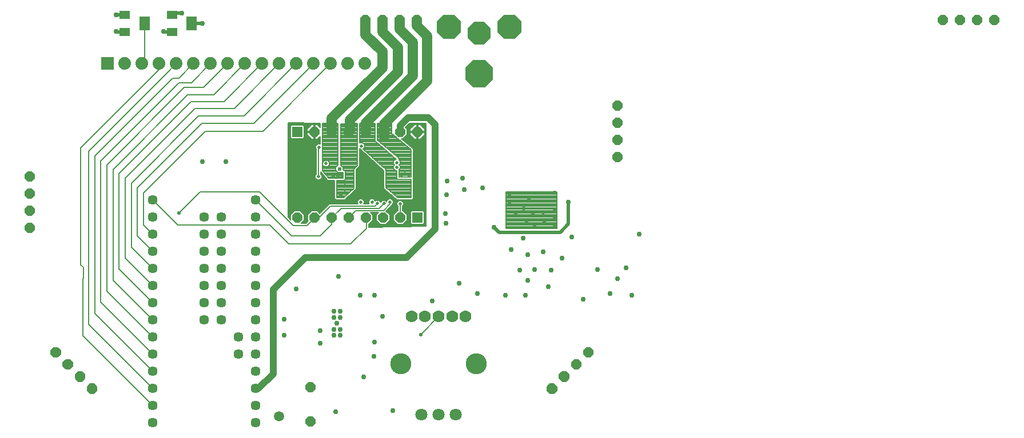
<source format=gtl>
G75*
%MOIN*%
%OFA0B0*%
%FSLAX25Y25*%
%IPPOS*%
%LPD*%
%AMOC8*
5,1,8,0,0,1.08239X$1,22.5*
%
%ADD10OC8,0.06000*%
%ADD11R,0.06299X0.05118*%
%ADD12R,0.06299X0.07874*%
%ADD13C,0.07087*%
%ADD14C,0.07000*%
%ADD15C,0.12268*%
%ADD16C,0.05700*%
%ADD17R,0.07400X0.07400*%
%ADD18C,0.07400*%
%ADD19R,0.06000X0.06000*%
%ADD20OC8,0.16205*%
%ADD21OC8,0.13252*%
%ADD22OC8,0.14236*%
%ADD23OC8,0.05906*%
%ADD24C,0.05906*%
%ADD25C,0.01200*%
%ADD26C,0.01981*%
%ADD27C,0.03937*%
%ADD28C,0.00669*%
%ADD29R,0.02375X0.02375*%
%ADD30C,0.02953*%
%ADD31C,0.01969*%
%ADD32C,0.00787*%
%ADD33C,0.02178*%
%ADD34C,0.05906*%
%ADD35C,0.00630*%
%ADD36C,0.02375*%
D10*
X0514269Y0221071D03*
X0514269Y0231071D03*
X0514269Y0241071D03*
X0514269Y0251071D03*
X0670151Y0226921D03*
X0680151Y0226921D03*
X0690151Y0226921D03*
X0700151Y0226921D03*
X0710151Y0226921D03*
X0720151Y0226921D03*
X0730151Y0226921D03*
X0856789Y0262409D03*
X0856789Y0272409D03*
X0856789Y0282409D03*
X0856789Y0292409D03*
X0740151Y0276921D03*
X0730151Y0276921D03*
X0720151Y0276921D03*
X0710151Y0276921D03*
X0700151Y0276921D03*
X0690151Y0276921D03*
X0680151Y0276921D03*
X0709899Y0342370D03*
X0719899Y0342370D03*
X0729899Y0342370D03*
X0739899Y0342370D03*
X1046513Y0342370D03*
X1056513Y0342370D03*
X1066513Y0342370D03*
X1076513Y0342370D03*
D11*
X0597143Y0345402D03*
X0597143Y0335402D03*
X0569584Y0335402D03*
X0569584Y0345402D03*
D12*
X0581002Y0340402D03*
X0608561Y0340402D03*
D13*
X0742616Y0112055D03*
X0752458Y0112055D03*
X0762301Y0112055D03*
D14*
X0760332Y0169142D03*
X0752458Y0169142D03*
X0744584Y0169142D03*
X0736710Y0169142D03*
X0768206Y0169142D03*
D15*
X0774309Y0141583D03*
X0730608Y0141583D03*
D16*
X0645844Y0137213D03*
X0645844Y0147213D03*
X0635844Y0147213D03*
X0635844Y0157213D03*
X0645844Y0157213D03*
X0645844Y0167213D03*
X0645844Y0177213D03*
X0645844Y0187213D03*
X0645844Y0197213D03*
X0645844Y0207213D03*
X0625844Y0207213D03*
X0615844Y0207213D03*
X0615844Y0197213D03*
X0625844Y0197213D03*
X0625844Y0187213D03*
X0615844Y0187213D03*
X0615844Y0177213D03*
X0625844Y0177213D03*
X0625844Y0167213D03*
X0615844Y0167213D03*
X0585844Y0167213D03*
X0585844Y0177213D03*
X0585844Y0187213D03*
X0585844Y0197213D03*
X0585844Y0207213D03*
X0585844Y0217213D03*
X0585844Y0227213D03*
X0585844Y0237213D03*
X0615844Y0227213D03*
X0625844Y0227213D03*
X0625844Y0217213D03*
X0615844Y0217213D03*
X0645844Y0217213D03*
X0645844Y0227213D03*
X0645844Y0237213D03*
X0585844Y0157213D03*
X0585844Y0147213D03*
X0585844Y0137213D03*
X0585844Y0127213D03*
X0585844Y0117213D03*
X0585844Y0107213D03*
X0645844Y0107213D03*
X0645844Y0117213D03*
X0645844Y0127213D03*
D17*
X0559545Y0316780D03*
D18*
X0569545Y0316780D03*
X0579545Y0316780D03*
X0589545Y0316780D03*
X0599545Y0316780D03*
X0609545Y0316780D03*
X0619545Y0316780D03*
X0629545Y0316780D03*
X0639545Y0316780D03*
X0649545Y0316780D03*
X0659545Y0316780D03*
X0669545Y0316780D03*
X0679545Y0316780D03*
X0689545Y0316780D03*
X0699545Y0316780D03*
X0709545Y0316780D03*
D19*
X0670151Y0276921D03*
X0740151Y0226921D03*
D20*
X0776080Y0310874D03*
D21*
X0776080Y0334496D03*
D22*
X0793797Y0338418D03*
X0758364Y0338418D03*
D23*
X0677655Y0127961D03*
X0677655Y0107961D03*
D24*
X0659545Y0110874D03*
D25*
X0527454Y0147858D02*
X0526854Y0147258D01*
X0526854Y0149246D01*
X0528259Y0150651D01*
X0530247Y0150651D01*
X0531652Y0149246D01*
X0531652Y0147258D01*
X0530247Y0145853D01*
X0528259Y0145853D01*
X0526854Y0147258D01*
X0527754Y0147631D01*
X0527754Y0148873D01*
X0528632Y0149751D01*
X0529874Y0149751D01*
X0530752Y0148873D01*
X0530752Y0147631D01*
X0529874Y0146753D01*
X0528632Y0146753D01*
X0527754Y0147631D01*
X0528654Y0148004D01*
X0528654Y0148500D01*
X0529005Y0148851D01*
X0529501Y0148851D01*
X0529852Y0148500D01*
X0529852Y0148004D01*
X0529501Y0147653D01*
X0529005Y0147653D01*
X0528654Y0148004D01*
X0534525Y0140787D02*
X0533925Y0140187D01*
X0533925Y0142175D01*
X0535330Y0143580D01*
X0537318Y0143580D01*
X0538723Y0142175D01*
X0538723Y0140187D01*
X0537318Y0138782D01*
X0535330Y0138782D01*
X0533925Y0140187D01*
X0534825Y0140560D01*
X0534825Y0141802D01*
X0535703Y0142680D01*
X0536945Y0142680D01*
X0537823Y0141802D01*
X0537823Y0140560D01*
X0536945Y0139682D01*
X0535703Y0139682D01*
X0534825Y0140560D01*
X0535725Y0140933D01*
X0535725Y0141429D01*
X0536076Y0141780D01*
X0536572Y0141780D01*
X0536923Y0141429D01*
X0536923Y0140933D01*
X0536572Y0140582D01*
X0536076Y0140582D01*
X0535725Y0140933D01*
X0541596Y0133716D02*
X0540996Y0133116D01*
X0540996Y0135104D01*
X0542401Y0136509D01*
X0544389Y0136509D01*
X0545794Y0135104D01*
X0545794Y0133116D01*
X0544389Y0131711D01*
X0542401Y0131711D01*
X0540996Y0133116D01*
X0541896Y0133489D01*
X0541896Y0134731D01*
X0542774Y0135609D01*
X0544016Y0135609D01*
X0544894Y0134731D01*
X0544894Y0133489D01*
X0544016Y0132611D01*
X0542774Y0132611D01*
X0541896Y0133489D01*
X0542796Y0133862D01*
X0542796Y0134358D01*
X0543147Y0134709D01*
X0543643Y0134709D01*
X0543994Y0134358D01*
X0543994Y0133862D01*
X0543643Y0133511D01*
X0543147Y0133511D01*
X0542796Y0133862D01*
X0548667Y0126645D02*
X0548067Y0126045D01*
X0548067Y0128033D01*
X0549472Y0129438D01*
X0551460Y0129438D01*
X0552865Y0128033D01*
X0552865Y0126045D01*
X0551460Y0124640D01*
X0549472Y0124640D01*
X0548067Y0126045D01*
X0548967Y0126418D01*
X0548967Y0127660D01*
X0549845Y0128538D01*
X0551087Y0128538D01*
X0551965Y0127660D01*
X0551965Y0126418D01*
X0551087Y0125540D01*
X0549845Y0125540D01*
X0548967Y0126418D01*
X0549867Y0126791D01*
X0549867Y0127287D01*
X0550218Y0127638D01*
X0550714Y0127638D01*
X0551065Y0127287D01*
X0551065Y0126791D01*
X0550714Y0126440D01*
X0550218Y0126440D01*
X0549867Y0126791D01*
X0818229Y0128838D02*
X0817629Y0129438D01*
X0819617Y0129438D01*
X0821022Y0128033D01*
X0821022Y0126045D01*
X0819617Y0124640D01*
X0817629Y0124640D01*
X0816224Y0126045D01*
X0816224Y0128033D01*
X0817629Y0129438D01*
X0818002Y0128538D01*
X0819244Y0128538D01*
X0820122Y0127660D01*
X0820122Y0126418D01*
X0819244Y0125540D01*
X0818002Y0125540D01*
X0817124Y0126418D01*
X0817124Y0127660D01*
X0818002Y0128538D01*
X0818375Y0127638D01*
X0818871Y0127638D01*
X0819222Y0127287D01*
X0819222Y0126791D01*
X0818871Y0126440D01*
X0818375Y0126440D01*
X0818024Y0126791D01*
X0818024Y0127287D01*
X0818375Y0127638D01*
X0825300Y0135909D02*
X0824700Y0136509D01*
X0826688Y0136509D01*
X0828093Y0135104D01*
X0828093Y0133116D01*
X0826688Y0131711D01*
X0824700Y0131711D01*
X0823295Y0133116D01*
X0823295Y0135104D01*
X0824700Y0136509D01*
X0825073Y0135609D01*
X0826315Y0135609D01*
X0827193Y0134731D01*
X0827193Y0133489D01*
X0826315Y0132611D01*
X0825073Y0132611D01*
X0824195Y0133489D01*
X0824195Y0134731D01*
X0825073Y0135609D01*
X0825446Y0134709D01*
X0825942Y0134709D01*
X0826293Y0134358D01*
X0826293Y0133862D01*
X0825942Y0133511D01*
X0825446Y0133511D01*
X0825095Y0133862D01*
X0825095Y0134358D01*
X0825446Y0134709D01*
X0832372Y0142980D02*
X0831772Y0143580D01*
X0833760Y0143580D01*
X0835165Y0142175D01*
X0835165Y0140187D01*
X0833760Y0138782D01*
X0831772Y0138782D01*
X0830367Y0140187D01*
X0830367Y0142175D01*
X0831772Y0143580D01*
X0832145Y0142680D01*
X0833387Y0142680D01*
X0834265Y0141802D01*
X0834265Y0140560D01*
X0833387Y0139682D01*
X0832145Y0139682D01*
X0831267Y0140560D01*
X0831267Y0141802D01*
X0832145Y0142680D01*
X0832518Y0141780D01*
X0833014Y0141780D01*
X0833365Y0141429D01*
X0833365Y0140933D01*
X0833014Y0140582D01*
X0832518Y0140582D01*
X0832167Y0140933D01*
X0832167Y0141429D01*
X0832518Y0141780D01*
X0839443Y0150051D02*
X0838843Y0150651D01*
X0840831Y0150651D01*
X0842236Y0149246D01*
X0842236Y0147258D01*
X0840831Y0145853D01*
X0838843Y0145853D01*
X0837438Y0147258D01*
X0837438Y0149246D01*
X0838843Y0150651D01*
X0839216Y0149751D01*
X0840458Y0149751D01*
X0841336Y0148873D01*
X0841336Y0147631D01*
X0840458Y0146753D01*
X0839216Y0146753D01*
X0838338Y0147631D01*
X0838338Y0148873D01*
X0839216Y0149751D01*
X0839589Y0148851D01*
X0840085Y0148851D01*
X0840436Y0148500D01*
X0840436Y0148004D01*
X0840085Y0147653D01*
X0839589Y0147653D01*
X0839238Y0148004D01*
X0839238Y0148500D01*
X0839589Y0148851D01*
D26*
X0730151Y0234921D03*
X0727283Y0236224D03*
X0724151Y0235921D03*
X0720651Y0235171D03*
X0716901Y0235171D03*
X0713651Y0235921D03*
X0707151Y0235921D03*
X0700584Y0238654D03*
X0697651Y0241671D03*
X0695401Y0240171D03*
X0688901Y0238421D03*
X0687401Y0240671D03*
X0685901Y0238421D03*
X0684401Y0240671D03*
X0680464Y0238283D03*
X0676921Y0239465D03*
X0673378Y0239071D03*
X0675346Y0244189D03*
X0680071Y0246157D03*
X0682501Y0250821D03*
X0680153Y0254516D03*
X0680153Y0258453D03*
X0686846Y0258453D03*
X0691151Y0251171D03*
X0693651Y0251171D03*
X0696151Y0251171D03*
X0697901Y0245671D03*
X0687401Y0235921D03*
X0684401Y0235921D03*
X0676921Y0234740D03*
X0729100Y0241122D03*
X0731850Y0241122D03*
X0734549Y0241122D03*
X0740151Y0241546D03*
X0742651Y0241546D03*
X0742651Y0252421D03*
X0740151Y0252421D03*
X0742651Y0256421D03*
X0735151Y0251675D03*
X0732901Y0252671D03*
X0730651Y0251675D03*
X0728151Y0256421D03*
X0728143Y0259077D03*
X0707319Y0268689D03*
X0682859Y0268079D03*
X0744191Y0271504D03*
D27*
X0730151Y0276921D02*
X0730151Y0280693D01*
X0734742Y0285283D01*
X0746553Y0285283D01*
X0750490Y0281346D01*
X0750490Y0220323D01*
X0733758Y0203591D01*
X0674702Y0203591D01*
X0656002Y0184890D01*
X0656002Y0135677D01*
X0647537Y0127213D01*
X0645844Y0127213D01*
D28*
X0711661Y0221429D02*
X0711661Y0222987D01*
X0711781Y0222987D01*
X0714086Y0225291D01*
X0714086Y0228551D01*
X0712861Y0229776D01*
X0717442Y0229776D01*
X0716217Y0228551D01*
X0716217Y0225291D01*
X0718521Y0222987D01*
X0721781Y0222987D01*
X0724086Y0225291D01*
X0724086Y0228551D01*
X0721880Y0230757D01*
X0724669Y0233547D01*
X0725401Y0234279D01*
X0725401Y0234448D01*
X0726076Y0235124D01*
X0726076Y0236719D01*
X0724949Y0237846D01*
X0723354Y0237846D01*
X0722226Y0236719D01*
X0722226Y0236319D01*
X0721449Y0237096D01*
X0719854Y0237096D01*
X0718776Y0236019D01*
X0717699Y0237096D01*
X0716104Y0237096D01*
X0715576Y0236569D01*
X0715576Y0236719D01*
X0714449Y0237846D01*
X0712854Y0237846D01*
X0711726Y0236719D01*
X0711726Y0235124D01*
X0711929Y0234921D01*
X0708873Y0234921D01*
X0709076Y0235124D01*
X0709076Y0236719D01*
X0707949Y0237846D01*
X0706354Y0237846D01*
X0705226Y0236719D01*
X0705226Y0235124D01*
X0705429Y0234921D01*
X0688884Y0234921D01*
X0683300Y0229337D01*
X0681781Y0230856D01*
X0678521Y0230856D01*
X0676217Y0228551D01*
X0676217Y0225291D01*
X0676512Y0224996D01*
X0675136Y0223620D01*
X0672414Y0223620D01*
X0674086Y0225291D01*
X0674086Y0228551D01*
X0671781Y0230856D01*
X0668521Y0230856D01*
X0666217Y0228551D01*
X0666217Y0225766D01*
X0664758Y0227225D01*
X0664758Y0282134D01*
X0683500Y0282084D01*
X0683500Y0281951D01*
X0683500Y0281410D01*
X0683501Y0279702D01*
X0681947Y0281256D01*
X0680486Y0281256D01*
X0680486Y0277256D01*
X0679817Y0277256D01*
X0679817Y0281256D01*
X0678356Y0281256D01*
X0675817Y0278717D01*
X0675817Y0277256D01*
X0679817Y0277256D01*
X0679817Y0276587D01*
X0680486Y0276587D01*
X0680486Y0272587D01*
X0681947Y0272587D01*
X0683502Y0274142D01*
X0683503Y0270004D01*
X0682062Y0270004D01*
X0680934Y0268877D01*
X0680934Y0267282D01*
X0681252Y0266964D01*
X0681252Y0252294D01*
X0680576Y0251619D01*
X0680576Y0250024D01*
X0681704Y0248896D01*
X0683299Y0248896D01*
X0684426Y0250024D01*
X0684426Y0251619D01*
X0683751Y0252294D01*
X0683751Y0253616D01*
X0683854Y0253513D01*
X0687199Y0249492D01*
X0687199Y0249422D01*
X0687545Y0249076D01*
X0687858Y0248700D01*
X0687928Y0248694D01*
X0687977Y0248644D01*
X0688466Y0248644D01*
X0688954Y0248599D01*
X0689007Y0248644D01*
X0691937Y0248644D01*
X0691937Y0238103D01*
X0692715Y0237325D01*
X0697110Y0237325D01*
X0697631Y0237303D01*
X0697656Y0237325D01*
X0697690Y0237325D01*
X0698058Y0237694D01*
X0703554Y0242731D01*
X0703587Y0242731D01*
X0703956Y0243099D01*
X0704340Y0243452D01*
X0704342Y0243485D01*
X0704365Y0243509D01*
X0704365Y0244030D01*
X0704388Y0244551D01*
X0704365Y0244576D01*
X0704365Y0254828D01*
X0705564Y0256026D01*
X0706342Y0256804D01*
X0706342Y0267141D01*
X0720425Y0254299D01*
X0720425Y0245042D01*
X0720387Y0244998D01*
X0720425Y0244500D01*
X0720425Y0244001D01*
X0720467Y0243959D01*
X0720471Y0243901D01*
X0720850Y0243576D01*
X0721203Y0243223D01*
X0721262Y0243223D01*
X0727732Y0237678D01*
X0728085Y0237325D01*
X0728144Y0237325D01*
X0728189Y0237287D01*
X0728687Y0237325D01*
X0737060Y0237325D01*
X0737838Y0238103D01*
X0737838Y0249406D01*
X0737854Y0249422D01*
X0737854Y0265965D01*
X0737900Y0266021D01*
X0737854Y0266506D01*
X0737854Y0266993D01*
X0737802Y0267044D01*
X0737796Y0267116D01*
X0737420Y0267427D01*
X0737075Y0267771D01*
X0737003Y0267771D01*
X0730692Y0272987D01*
X0731781Y0272987D01*
X0734086Y0275291D01*
X0734086Y0278551D01*
X0733100Y0279536D01*
X0735511Y0281947D01*
X0745151Y0281921D01*
X0745151Y0221921D01*
X0711661Y0221429D01*
X0711661Y0221889D02*
X0742948Y0221889D01*
X0743538Y0222987D02*
X0744086Y0223534D01*
X0744086Y0230308D01*
X0743538Y0230856D01*
X0736764Y0230856D01*
X0736217Y0230308D01*
X0736217Y0223534D01*
X0736764Y0222987D01*
X0743538Y0222987D01*
X0743776Y0223224D02*
X0745151Y0223224D01*
X0745151Y0222557D02*
X0711661Y0222557D01*
X0712019Y0223224D02*
X0718284Y0223224D01*
X0717616Y0223892D02*
X0712687Y0223892D01*
X0713355Y0224560D02*
X0716948Y0224560D01*
X0716280Y0225228D02*
X0714022Y0225228D01*
X0714086Y0225896D02*
X0716217Y0225896D01*
X0716217Y0226564D02*
X0714086Y0226564D01*
X0714086Y0227231D02*
X0716217Y0227231D01*
X0716217Y0227899D02*
X0714086Y0227899D01*
X0714070Y0228567D02*
X0716232Y0228567D01*
X0716900Y0229235D02*
X0713402Y0229235D01*
X0711726Y0235245D02*
X0709076Y0235245D01*
X0709076Y0235913D02*
X0711726Y0235913D01*
X0711726Y0236581D02*
X0709076Y0236581D01*
X0708547Y0237248D02*
X0712256Y0237248D01*
X0715047Y0237248D02*
X0722756Y0237248D01*
X0722226Y0236581D02*
X0721965Y0236581D01*
X0719338Y0236581D02*
X0718215Y0236581D01*
X0715588Y0236581D02*
X0715576Y0236581D01*
X0722360Y0231238D02*
X0728823Y0231238D01*
X0728823Y0230856D02*
X0728823Y0233527D01*
X0728226Y0234124D01*
X0728226Y0235719D01*
X0729354Y0236846D01*
X0730949Y0236846D01*
X0732076Y0235719D01*
X0732076Y0234124D01*
X0731480Y0233527D01*
X0731480Y0230856D01*
X0731781Y0230856D01*
X0734086Y0228551D01*
X0734086Y0225291D01*
X0731781Y0222987D01*
X0728521Y0222987D01*
X0726217Y0225291D01*
X0726217Y0228551D01*
X0728521Y0230856D01*
X0728823Y0230856D01*
X0728236Y0230570D02*
X0722067Y0230570D01*
X0722734Y0229903D02*
X0727568Y0229903D01*
X0726900Y0229235D02*
X0723402Y0229235D01*
X0724070Y0228567D02*
X0726232Y0228567D01*
X0726217Y0227899D02*
X0724086Y0227899D01*
X0724086Y0227231D02*
X0726217Y0227231D01*
X0726217Y0226564D02*
X0724086Y0226564D01*
X0724086Y0225896D02*
X0726217Y0225896D01*
X0726280Y0225228D02*
X0724022Y0225228D01*
X0723355Y0224560D02*
X0726948Y0224560D01*
X0727616Y0223892D02*
X0722687Y0223892D01*
X0722019Y0223224D02*
X0728284Y0223224D01*
X0732019Y0223224D02*
X0736526Y0223224D01*
X0736217Y0223892D02*
X0732687Y0223892D01*
X0733355Y0224560D02*
X0736217Y0224560D01*
X0736217Y0225228D02*
X0734022Y0225228D01*
X0734086Y0225896D02*
X0736217Y0225896D01*
X0736217Y0226564D02*
X0734086Y0226564D01*
X0734086Y0227231D02*
X0736217Y0227231D01*
X0736217Y0227899D02*
X0734086Y0227899D01*
X0734070Y0228567D02*
X0736217Y0228567D01*
X0736217Y0229235D02*
X0733402Y0229235D01*
X0732734Y0229903D02*
X0736217Y0229903D01*
X0736479Y0230570D02*
X0732067Y0230570D01*
X0731480Y0231238D02*
X0745151Y0231238D01*
X0745151Y0230570D02*
X0743824Y0230570D01*
X0744086Y0229903D02*
X0745151Y0229903D01*
X0745151Y0229235D02*
X0744086Y0229235D01*
X0744086Y0228567D02*
X0745151Y0228567D01*
X0745151Y0227899D02*
X0744086Y0227899D01*
X0744086Y0227231D02*
X0745151Y0227231D01*
X0745151Y0226564D02*
X0744086Y0226564D01*
X0744086Y0225896D02*
X0745151Y0225896D01*
X0745151Y0225228D02*
X0744086Y0225228D01*
X0744086Y0224560D02*
X0745151Y0224560D01*
X0745151Y0223892D02*
X0744086Y0223892D01*
X0745151Y0231906D02*
X0731480Y0231906D01*
X0731480Y0232574D02*
X0745151Y0232574D01*
X0745151Y0233242D02*
X0731480Y0233242D01*
X0731862Y0233909D02*
X0745151Y0233909D01*
X0745151Y0234577D02*
X0732076Y0234577D01*
X0732076Y0235245D02*
X0745151Y0235245D01*
X0745151Y0235913D02*
X0731882Y0235913D01*
X0731215Y0236581D02*
X0745151Y0236581D01*
X0745151Y0237248D02*
X0725547Y0237248D01*
X0726076Y0236581D02*
X0729088Y0236581D01*
X0728420Y0235913D02*
X0726076Y0235913D01*
X0726076Y0235245D02*
X0728226Y0235245D01*
X0728226Y0234577D02*
X0725530Y0234577D01*
X0725032Y0233909D02*
X0728441Y0233909D01*
X0728823Y0233242D02*
X0724364Y0233242D01*
X0724669Y0233547D02*
X0724669Y0233547D01*
X0723696Y0232574D02*
X0728823Y0232574D01*
X0728823Y0231906D02*
X0723028Y0231906D01*
X0727455Y0237916D02*
X0698301Y0237916D01*
X0699029Y0238584D02*
X0726675Y0238584D01*
X0725896Y0239252D02*
X0699758Y0239252D01*
X0700487Y0239920D02*
X0725117Y0239920D01*
X0724338Y0240587D02*
X0701215Y0240587D01*
X0701944Y0241255D02*
X0723558Y0241255D01*
X0722779Y0241923D02*
X0702672Y0241923D01*
X0703401Y0242591D02*
X0722000Y0242591D01*
X0721168Y0243259D02*
X0704130Y0243259D01*
X0704365Y0243926D02*
X0720469Y0243926D01*
X0720418Y0244594D02*
X0704365Y0244594D01*
X0704365Y0245262D02*
X0720425Y0245262D01*
X0720425Y0245930D02*
X0704365Y0245930D01*
X0704365Y0246598D02*
X0720425Y0246598D01*
X0720425Y0247265D02*
X0704365Y0247265D01*
X0704365Y0247933D02*
X0720425Y0247933D01*
X0720425Y0248601D02*
X0704365Y0248601D01*
X0704365Y0249269D02*
X0720425Y0249269D01*
X0720425Y0249937D02*
X0704365Y0249937D01*
X0704365Y0250604D02*
X0720425Y0250604D01*
X0720425Y0251272D02*
X0704365Y0251272D01*
X0704365Y0251940D02*
X0720425Y0251940D01*
X0720425Y0252608D02*
X0704365Y0252608D01*
X0704365Y0253276D02*
X0720425Y0253276D01*
X0720425Y0253943D02*
X0704365Y0253943D01*
X0704365Y0254611D02*
X0720083Y0254611D01*
X0719351Y0255279D02*
X0704817Y0255279D01*
X0705484Y0255947D02*
X0718618Y0255947D01*
X0717886Y0256615D02*
X0706152Y0256615D01*
X0706342Y0257282D02*
X0717154Y0257282D01*
X0716421Y0257950D02*
X0706342Y0257950D01*
X0706342Y0258618D02*
X0715689Y0258618D01*
X0714956Y0259286D02*
X0706342Y0259286D01*
X0706342Y0259954D02*
X0714224Y0259954D01*
X0713492Y0260621D02*
X0706342Y0260621D01*
X0706342Y0261289D02*
X0712759Y0261289D01*
X0712027Y0261957D02*
X0706342Y0261957D01*
X0706342Y0262625D02*
X0711295Y0262625D01*
X0710562Y0263293D02*
X0706342Y0263293D01*
X0706342Y0263960D02*
X0709830Y0263960D01*
X0709097Y0264628D02*
X0706342Y0264628D01*
X0706342Y0265296D02*
X0708365Y0265296D01*
X0707633Y0265964D02*
X0706342Y0265964D01*
X0706342Y0266632D02*
X0706900Y0266632D01*
X0683503Y0270638D02*
X0664758Y0270638D01*
X0664758Y0269971D02*
X0682028Y0269971D01*
X0681360Y0269303D02*
X0664758Y0269303D01*
X0664758Y0268635D02*
X0680934Y0268635D01*
X0680934Y0267967D02*
X0664758Y0267967D01*
X0664758Y0267299D02*
X0680934Y0267299D01*
X0681252Y0266632D02*
X0664758Y0266632D01*
X0664758Y0265964D02*
X0681252Y0265964D01*
X0681252Y0265296D02*
X0664758Y0265296D01*
X0664758Y0264628D02*
X0681252Y0264628D01*
X0681252Y0263960D02*
X0664758Y0263960D01*
X0664758Y0263293D02*
X0681252Y0263293D01*
X0681252Y0262625D02*
X0664758Y0262625D01*
X0664758Y0261957D02*
X0681252Y0261957D01*
X0681252Y0261289D02*
X0664758Y0261289D01*
X0664758Y0260621D02*
X0681252Y0260621D01*
X0681252Y0259954D02*
X0664758Y0259954D01*
X0664758Y0259286D02*
X0681252Y0259286D01*
X0681252Y0258618D02*
X0664758Y0258618D01*
X0664758Y0257950D02*
X0681252Y0257950D01*
X0681252Y0257282D02*
X0664758Y0257282D01*
X0664758Y0256615D02*
X0681252Y0256615D01*
X0681252Y0255947D02*
X0664758Y0255947D01*
X0664758Y0255279D02*
X0681252Y0255279D01*
X0681252Y0254611D02*
X0664758Y0254611D01*
X0664758Y0253943D02*
X0681252Y0253943D01*
X0681252Y0253276D02*
X0664758Y0253276D01*
X0664758Y0252608D02*
X0681252Y0252608D01*
X0680897Y0251940D02*
X0664758Y0251940D01*
X0664758Y0251272D02*
X0680576Y0251272D01*
X0680576Y0250604D02*
X0664758Y0250604D01*
X0664758Y0249937D02*
X0680663Y0249937D01*
X0681331Y0249269D02*
X0664758Y0249269D01*
X0664758Y0248601D02*
X0688936Y0248601D01*
X0688956Y0248601D02*
X0691937Y0248601D01*
X0691937Y0247933D02*
X0664758Y0247933D01*
X0664758Y0247265D02*
X0691937Y0247265D01*
X0691937Y0246598D02*
X0664758Y0246598D01*
X0664758Y0245930D02*
X0691937Y0245930D01*
X0691937Y0245262D02*
X0664758Y0245262D01*
X0664758Y0244594D02*
X0691937Y0244594D01*
X0691937Y0243926D02*
X0664758Y0243926D01*
X0664758Y0243259D02*
X0691937Y0243259D01*
X0691937Y0242591D02*
X0664758Y0242591D01*
X0664758Y0241923D02*
X0691937Y0241923D01*
X0691937Y0241255D02*
X0664758Y0241255D01*
X0664758Y0240587D02*
X0691937Y0240587D01*
X0691937Y0239920D02*
X0664758Y0239920D01*
X0664758Y0239252D02*
X0691937Y0239252D01*
X0691937Y0238584D02*
X0664758Y0238584D01*
X0664758Y0237916D02*
X0692124Y0237916D01*
X0688540Y0234577D02*
X0664758Y0234577D01*
X0664758Y0233909D02*
X0687872Y0233909D01*
X0687204Y0233242D02*
X0664758Y0233242D01*
X0664758Y0232574D02*
X0686537Y0232574D01*
X0685869Y0231906D02*
X0664758Y0231906D01*
X0664758Y0231238D02*
X0685201Y0231238D01*
X0684533Y0230570D02*
X0682067Y0230570D01*
X0682734Y0229903D02*
X0683865Y0229903D01*
X0678236Y0230570D02*
X0672067Y0230570D01*
X0672734Y0229903D02*
X0677568Y0229903D01*
X0676900Y0229235D02*
X0673402Y0229235D01*
X0674070Y0228567D02*
X0676232Y0228567D01*
X0676217Y0227899D02*
X0674086Y0227899D01*
X0674086Y0227231D02*
X0676217Y0227231D01*
X0676217Y0226564D02*
X0674086Y0226564D01*
X0674086Y0225896D02*
X0676217Y0225896D01*
X0676280Y0225228D02*
X0674022Y0225228D01*
X0673354Y0224560D02*
X0676077Y0224560D01*
X0675409Y0223892D02*
X0672687Y0223892D01*
X0666217Y0225896D02*
X0666087Y0225896D01*
X0666217Y0226564D02*
X0665419Y0226564D01*
X0664758Y0227231D02*
X0666217Y0227231D01*
X0666217Y0227899D02*
X0664758Y0227899D01*
X0664758Y0228567D02*
X0666232Y0228567D01*
X0666900Y0229235D02*
X0664758Y0229235D01*
X0664758Y0229903D02*
X0667568Y0229903D01*
X0668236Y0230570D02*
X0664758Y0230570D01*
X0664758Y0235245D02*
X0705226Y0235245D01*
X0705226Y0235913D02*
X0664758Y0235913D01*
X0664758Y0236581D02*
X0705226Y0236581D01*
X0705756Y0237248D02*
X0664758Y0237248D01*
X0683671Y0249269D02*
X0687352Y0249269D01*
X0686829Y0249937D02*
X0684339Y0249937D01*
X0684426Y0250604D02*
X0686274Y0250604D01*
X0685718Y0251272D02*
X0684426Y0251272D01*
X0684105Y0251940D02*
X0685163Y0251940D01*
X0684607Y0252608D02*
X0683751Y0252608D01*
X0683751Y0253276D02*
X0684052Y0253276D01*
X0683503Y0271306D02*
X0664758Y0271306D01*
X0664758Y0271974D02*
X0683503Y0271974D01*
X0683503Y0272642D02*
X0682002Y0272642D01*
X0682670Y0273310D02*
X0683503Y0273310D01*
X0683502Y0273977D02*
X0683338Y0273977D01*
X0680486Y0273977D02*
X0679817Y0273977D01*
X0679817Y0273310D02*
X0680486Y0273310D01*
X0680486Y0272642D02*
X0679817Y0272642D01*
X0679817Y0272587D02*
X0679817Y0276587D01*
X0675817Y0276587D01*
X0675817Y0275126D01*
X0678356Y0272587D01*
X0679817Y0272587D01*
X0678300Y0272642D02*
X0664758Y0272642D01*
X0664758Y0273310D02*
X0666441Y0273310D01*
X0666217Y0273534D02*
X0666764Y0272987D01*
X0673538Y0272987D01*
X0674086Y0273534D01*
X0674086Y0280308D01*
X0673538Y0280856D01*
X0666764Y0280856D01*
X0666217Y0280308D01*
X0666217Y0273534D01*
X0666217Y0273977D02*
X0664758Y0273977D01*
X0664758Y0274645D02*
X0666217Y0274645D01*
X0666217Y0275313D02*
X0664758Y0275313D01*
X0664758Y0275981D02*
X0666217Y0275981D01*
X0666217Y0276649D02*
X0664758Y0276649D01*
X0664758Y0277317D02*
X0666217Y0277317D01*
X0666217Y0277984D02*
X0664758Y0277984D01*
X0664758Y0278652D02*
X0666217Y0278652D01*
X0666217Y0279320D02*
X0664758Y0279320D01*
X0664758Y0279988D02*
X0666217Y0279988D01*
X0666564Y0280656D02*
X0664758Y0280656D01*
X0664758Y0281323D02*
X0683500Y0281323D01*
X0683500Y0281410D02*
X0683500Y0281410D01*
X0683500Y0281991D02*
X0664758Y0281991D01*
X0673739Y0280656D02*
X0677755Y0280656D01*
X0677088Y0279988D02*
X0674086Y0279988D01*
X0674086Y0279320D02*
X0676420Y0279320D01*
X0675817Y0278652D02*
X0674086Y0278652D01*
X0674086Y0277984D02*
X0675817Y0277984D01*
X0675817Y0277317D02*
X0674086Y0277317D01*
X0674086Y0276649D02*
X0679817Y0276649D01*
X0679817Y0277317D02*
X0680486Y0277317D01*
X0680486Y0277984D02*
X0679817Y0277984D01*
X0679817Y0278652D02*
X0680486Y0278652D01*
X0680486Y0279320D02*
X0679817Y0279320D01*
X0679817Y0279988D02*
X0680486Y0279988D01*
X0680486Y0280656D02*
X0679817Y0280656D01*
X0682547Y0280656D02*
X0683500Y0280656D01*
X0683501Y0279988D02*
X0683215Y0279988D01*
X0680486Y0275981D02*
X0679817Y0275981D01*
X0679817Y0275313D02*
X0680486Y0275313D01*
X0680486Y0274645D02*
X0679817Y0274645D01*
X0677633Y0273310D02*
X0673861Y0273310D01*
X0674086Y0273977D02*
X0676965Y0273977D01*
X0676297Y0274645D02*
X0674086Y0274645D01*
X0674086Y0275313D02*
X0675817Y0275313D01*
X0675817Y0275981D02*
X0674086Y0275981D01*
X0731109Y0272642D02*
X0738300Y0272642D01*
X0738356Y0272587D02*
X0739817Y0272587D01*
X0739817Y0276587D01*
X0740486Y0276587D01*
X0740486Y0277256D01*
X0744486Y0277256D01*
X0744486Y0278717D01*
X0741947Y0281256D01*
X0740486Y0281256D01*
X0740486Y0277256D01*
X0739817Y0277256D01*
X0739817Y0281256D01*
X0738356Y0281256D01*
X0735817Y0278717D01*
X0735817Y0277256D01*
X0739817Y0277256D01*
X0739817Y0276587D01*
X0735817Y0276587D01*
X0735817Y0275126D01*
X0738356Y0272587D01*
X0737633Y0273310D02*
X0732104Y0273310D01*
X0732772Y0273977D02*
X0736965Y0273977D01*
X0736297Y0274645D02*
X0733440Y0274645D01*
X0734086Y0275313D02*
X0735817Y0275313D01*
X0735817Y0275981D02*
X0734086Y0275981D01*
X0734086Y0276649D02*
X0739817Y0276649D01*
X0739817Y0277317D02*
X0740486Y0277317D01*
X0740486Y0277984D02*
X0739817Y0277984D01*
X0739817Y0278652D02*
X0740486Y0278652D01*
X0740486Y0279320D02*
X0739817Y0279320D01*
X0739817Y0279988D02*
X0740486Y0279988D01*
X0740486Y0280656D02*
X0739817Y0280656D01*
X0737755Y0280656D02*
X0734220Y0280656D01*
X0734887Y0281323D02*
X0745151Y0281323D01*
X0745151Y0280656D02*
X0742547Y0280656D01*
X0743215Y0279988D02*
X0745151Y0279988D01*
X0745151Y0279320D02*
X0743883Y0279320D01*
X0744486Y0278652D02*
X0745151Y0278652D01*
X0745151Y0277984D02*
X0744486Y0277984D01*
X0744486Y0277317D02*
X0745151Y0277317D01*
X0745151Y0276649D02*
X0740486Y0276649D01*
X0740486Y0276587D02*
X0744486Y0276587D01*
X0744486Y0275126D01*
X0741947Y0272587D01*
X0740486Y0272587D01*
X0740486Y0276587D01*
X0740486Y0275981D02*
X0739817Y0275981D01*
X0739817Y0275313D02*
X0740486Y0275313D01*
X0740486Y0274645D02*
X0739817Y0274645D01*
X0739817Y0273977D02*
X0740486Y0273977D01*
X0740486Y0273310D02*
X0739817Y0273310D01*
X0739817Y0272642D02*
X0740486Y0272642D01*
X0742002Y0272642D02*
X0745151Y0272642D01*
X0745151Y0273310D02*
X0742670Y0273310D01*
X0743338Y0273977D02*
X0745151Y0273977D01*
X0745151Y0274645D02*
X0744005Y0274645D01*
X0744486Y0275313D02*
X0745151Y0275313D01*
X0745151Y0275981D02*
X0744486Y0275981D01*
X0745151Y0271974D02*
X0731917Y0271974D01*
X0732725Y0271306D02*
X0745151Y0271306D01*
X0745151Y0270638D02*
X0733533Y0270638D01*
X0734341Y0269971D02*
X0745151Y0269971D01*
X0745151Y0269303D02*
X0735150Y0269303D01*
X0735958Y0268635D02*
X0745151Y0268635D01*
X0745151Y0267967D02*
X0736766Y0267967D01*
X0737574Y0267299D02*
X0745151Y0267299D01*
X0745151Y0266632D02*
X0737854Y0266632D01*
X0737854Y0265964D02*
X0745151Y0265964D01*
X0745151Y0265296D02*
X0737854Y0265296D01*
X0737854Y0264628D02*
X0745151Y0264628D01*
X0745151Y0263960D02*
X0737854Y0263960D01*
X0737854Y0263293D02*
X0745151Y0263293D01*
X0745151Y0262625D02*
X0737854Y0262625D01*
X0737854Y0261957D02*
X0745151Y0261957D01*
X0745151Y0261289D02*
X0737854Y0261289D01*
X0737854Y0260621D02*
X0745151Y0260621D01*
X0745151Y0259954D02*
X0737854Y0259954D01*
X0737854Y0259286D02*
X0745151Y0259286D01*
X0745151Y0258618D02*
X0737854Y0258618D01*
X0737854Y0257950D02*
X0745151Y0257950D01*
X0745151Y0257282D02*
X0737854Y0257282D01*
X0737854Y0256615D02*
X0745151Y0256615D01*
X0745151Y0255947D02*
X0737854Y0255947D01*
X0737854Y0255279D02*
X0745151Y0255279D01*
X0745151Y0254611D02*
X0737854Y0254611D01*
X0737854Y0253943D02*
X0745151Y0253943D01*
X0745151Y0253276D02*
X0737854Y0253276D01*
X0737854Y0252608D02*
X0745151Y0252608D01*
X0745151Y0251940D02*
X0737854Y0251940D01*
X0737854Y0251272D02*
X0745151Y0251272D01*
X0745151Y0250604D02*
X0737854Y0250604D01*
X0737854Y0249937D02*
X0745151Y0249937D01*
X0745151Y0249269D02*
X0737838Y0249269D01*
X0737838Y0248601D02*
X0745151Y0248601D01*
X0745151Y0247933D02*
X0737838Y0247933D01*
X0737838Y0247265D02*
X0745151Y0247265D01*
X0745151Y0246598D02*
X0737838Y0246598D01*
X0737838Y0245930D02*
X0745151Y0245930D01*
X0745151Y0245262D02*
X0737838Y0245262D01*
X0737838Y0244594D02*
X0745151Y0244594D01*
X0745151Y0243926D02*
X0737838Y0243926D01*
X0737838Y0243259D02*
X0745151Y0243259D01*
X0745151Y0242591D02*
X0737838Y0242591D01*
X0737838Y0241923D02*
X0745151Y0241923D01*
X0745151Y0241255D02*
X0737838Y0241255D01*
X0737838Y0240587D02*
X0745151Y0240587D01*
X0745151Y0239920D02*
X0737838Y0239920D01*
X0737838Y0239252D02*
X0745151Y0239252D01*
X0745151Y0238584D02*
X0737838Y0238584D01*
X0737651Y0237916D02*
X0745151Y0237916D01*
X0735817Y0277317D02*
X0734086Y0277317D01*
X0734086Y0277984D02*
X0735817Y0277984D01*
X0735817Y0278652D02*
X0733985Y0278652D01*
X0733317Y0279320D02*
X0736420Y0279320D01*
X0737088Y0279988D02*
X0733552Y0279988D01*
D29*
X0719285Y0253925D03*
X0719285Y0250972D03*
X0719285Y0248020D03*
X0719285Y0245067D03*
X0715840Y0245067D03*
X0715840Y0248020D03*
X0715840Y0250972D03*
X0715840Y0253925D03*
X0712395Y0253925D03*
X0712395Y0250972D03*
X0712395Y0248020D03*
X0712395Y0245020D03*
X0708950Y0245067D03*
X0708950Y0248020D03*
X0708950Y0250972D03*
X0708950Y0253925D03*
X0705506Y0253925D03*
X0705506Y0250972D03*
X0705506Y0248020D03*
X0705506Y0245067D03*
D30*
X0757183Y0240402D03*
X0767419Y0243157D03*
X0766632Y0249850D03*
X0757576Y0248276D03*
X0778049Y0244339D03*
X0756395Y0229378D03*
X0756789Y0223472D03*
X0784939Y0221307D03*
X0794781Y0208118D03*
X0801671Y0215008D03*
X0804624Y0205165D03*
X0813482Y0206937D03*
X0824506Y0203394D03*
X0818206Y0196307D03*
X0808364Y0196701D03*
X0804427Y0190402D03*
X0799702Y0196307D03*
X0816632Y0186465D03*
X0803246Y0181740D03*
X0791435Y0181740D03*
X0775293Y0182528D03*
X0764466Y0188630D03*
X0748718Y0178394D03*
X0719781Y0169142D03*
X0694978Y0168748D03*
X0691435Y0168748D03*
X0691435Y0172291D03*
X0694978Y0172291D03*
X0693010Y0165205D03*
X0691435Y0161661D03*
X0691435Y0158118D03*
X0694978Y0158118D03*
X0694978Y0161661D03*
X0683561Y0160874D03*
X0662301Y0158118D03*
X0683364Y0153591D03*
X0715057Y0154181D03*
X0714663Y0145913D03*
X0708954Y0133906D03*
X0725687Y0114417D03*
X0692616Y0113630D03*
X0662301Y0167567D03*
X0706789Y0181740D03*
X0715057Y0181740D03*
X0693994Y0192567D03*
X0669387Y0185283D03*
X0828246Y0236071D03*
X0869387Y0217173D03*
X0830017Y0215598D03*
X0844978Y0196701D03*
X0856789Y0191189D03*
X0861907Y0197488D03*
X0865057Y0181740D03*
X0852458Y0182528D03*
X0836710Y0179378D03*
X0628443Y0259693D03*
X0614663Y0259693D03*
X0592025Y0335480D03*
X0614663Y0340402D03*
X0602852Y0346307D03*
X0564466Y0345323D03*
X0564466Y0335480D03*
D31*
X0564545Y0335402D01*
X0569584Y0335402D01*
X0569584Y0345402D02*
X0564545Y0345402D01*
X0564466Y0345323D01*
X0592025Y0335480D02*
X0592104Y0335402D01*
X0597143Y0335402D01*
X0608561Y0340402D02*
X0614663Y0340402D01*
X0602852Y0346307D02*
X0596238Y0346307D01*
X0597143Y0345402D01*
X0828246Y0236071D02*
X0828246Y0223276D01*
X0823324Y0218354D01*
X0787891Y0218354D01*
X0784939Y0221307D01*
D32*
X0791828Y0221656D02*
X0821356Y0221656D01*
X0821356Y0220871D02*
X0791828Y0220871D01*
X0791828Y0220717D02*
X0791828Y0241976D01*
X0821356Y0241976D01*
X0821356Y0220717D01*
X0791828Y0220717D01*
X0791828Y0222442D02*
X0821356Y0222442D01*
X0821356Y0223228D02*
X0791828Y0223228D01*
X0791828Y0224014D02*
X0821356Y0224014D01*
X0821356Y0224800D02*
X0791828Y0224800D01*
X0791828Y0225586D02*
X0821356Y0225586D01*
X0821356Y0226372D02*
X0791828Y0226372D01*
X0791828Y0227158D02*
X0821356Y0227158D01*
X0821356Y0227944D02*
X0791828Y0227944D01*
X0791828Y0228730D02*
X0821356Y0228730D01*
X0821356Y0229516D02*
X0791828Y0229516D01*
X0791828Y0230302D02*
X0821356Y0230302D01*
X0821356Y0231087D02*
X0791828Y0231087D01*
X0791828Y0231873D02*
X0821356Y0231873D01*
X0821356Y0232659D02*
X0791828Y0232659D01*
X0791828Y0233445D02*
X0821356Y0233445D01*
X0821356Y0234231D02*
X0791828Y0234231D01*
X0791828Y0235017D02*
X0821356Y0235017D01*
X0821356Y0235803D02*
X0791828Y0235803D01*
X0791828Y0236589D02*
X0821356Y0236589D01*
X0821356Y0237375D02*
X0791828Y0237375D01*
X0791828Y0238161D02*
X0821356Y0238161D01*
X0821356Y0238947D02*
X0791828Y0238947D01*
X0791828Y0239732D02*
X0821356Y0239732D01*
X0821356Y0240518D02*
X0791828Y0240518D01*
X0791828Y0241304D02*
X0821356Y0241304D01*
X0736510Y0241304D02*
X0725542Y0241304D01*
X0724625Y0242090D02*
X0736510Y0242090D01*
X0736510Y0242876D02*
X0723708Y0242876D01*
X0722791Y0243662D02*
X0736510Y0243662D01*
X0736510Y0244448D02*
X0721874Y0244448D01*
X0721754Y0244551D02*
X0721754Y0254886D01*
X0721466Y0255148D01*
X0721466Y0255524D01*
X0720884Y0256106D01*
X0720415Y0256106D01*
X0708451Y0267015D01*
X0709303Y0267867D01*
X0709303Y0269511D01*
X0708140Y0270673D01*
X0706497Y0270673D01*
X0706401Y0270577D01*
X0706401Y0281406D01*
X0706415Y0281421D01*
X0706401Y0281961D01*
X0715348Y0281961D01*
X0715348Y0271626D01*
X0727834Y0261061D01*
X0727321Y0261061D01*
X0726159Y0259899D01*
X0726159Y0258255D01*
X0726669Y0257745D01*
X0726167Y0257243D01*
X0726167Y0255599D01*
X0727329Y0254437D01*
X0728143Y0254437D01*
X0728143Y0249234D01*
X0736510Y0249234D01*
X0736510Y0238654D01*
X0728635Y0238654D01*
X0721754Y0244551D01*
X0721754Y0245234D02*
X0736510Y0245234D01*
X0736510Y0246020D02*
X0721754Y0246020D01*
X0721754Y0246806D02*
X0736510Y0246806D01*
X0736510Y0247592D02*
X0721754Y0247592D01*
X0721754Y0248378D02*
X0736510Y0248378D01*
X0736510Y0249163D02*
X0721754Y0249163D01*
X0721754Y0249949D02*
X0728143Y0249949D01*
X0728143Y0250735D02*
X0721754Y0250735D01*
X0721754Y0251521D02*
X0728143Y0251521D01*
X0728143Y0252307D02*
X0721754Y0252307D01*
X0721754Y0253093D02*
X0728143Y0253093D01*
X0728143Y0253879D02*
X0721754Y0253879D01*
X0721754Y0254665D02*
X0727102Y0254665D01*
X0726316Y0255451D02*
X0721466Y0255451D01*
X0720272Y0256237D02*
X0726167Y0256237D01*
X0726167Y0257023D02*
X0719410Y0257023D01*
X0718548Y0257808D02*
X0726606Y0257808D01*
X0726159Y0258594D02*
X0717686Y0258594D01*
X0716824Y0259380D02*
X0726159Y0259380D01*
X0726427Y0260166D02*
X0715962Y0260166D01*
X0715101Y0260952D02*
X0727213Y0260952D01*
X0727034Y0261738D02*
X0714239Y0261738D01*
X0713377Y0262524D02*
X0726105Y0262524D01*
X0725176Y0263310D02*
X0712515Y0263310D01*
X0711653Y0264096D02*
X0724247Y0264096D01*
X0723319Y0264882D02*
X0710791Y0264882D01*
X0709929Y0265668D02*
X0722390Y0265668D01*
X0721461Y0266454D02*
X0709067Y0266454D01*
X0708675Y0267239D02*
X0720532Y0267239D01*
X0719603Y0268025D02*
X0709303Y0268025D01*
X0709303Y0268811D02*
X0718675Y0268811D01*
X0717746Y0269597D02*
X0709217Y0269597D01*
X0708431Y0270383D02*
X0716817Y0270383D01*
X0715888Y0271169D02*
X0706401Y0271169D01*
X0706401Y0271955D02*
X0715348Y0271955D01*
X0715348Y0272741D02*
X0706401Y0272741D01*
X0706401Y0273527D02*
X0715348Y0273527D01*
X0715348Y0274313D02*
X0706401Y0274313D01*
X0706401Y0275099D02*
X0715348Y0275099D01*
X0715348Y0275884D02*
X0706401Y0275884D01*
X0706401Y0276670D02*
X0715348Y0276670D01*
X0715348Y0277456D02*
X0706401Y0277456D01*
X0706401Y0278242D02*
X0715348Y0278242D01*
X0715348Y0279028D02*
X0706401Y0279028D01*
X0706401Y0279814D02*
X0715348Y0279814D01*
X0715348Y0280600D02*
X0706401Y0280600D01*
X0706401Y0281386D02*
X0715348Y0281386D01*
X0716735Y0281386D02*
X0725191Y0281386D01*
X0725191Y0281961D02*
X0716735Y0281961D01*
X0716735Y0272269D01*
X0728652Y0262187D01*
X0728718Y0262187D01*
X0729084Y0261821D01*
X0729478Y0261487D01*
X0729484Y0261421D01*
X0729531Y0261374D01*
X0729531Y0260857D01*
X0729564Y0260463D01*
X0730128Y0259899D01*
X0730128Y0258255D01*
X0729626Y0257753D01*
X0730135Y0257243D01*
X0730135Y0255599D01*
X0729531Y0254995D01*
X0729531Y0250622D01*
X0736525Y0250622D01*
X0736525Y0266443D01*
X0728678Y0272928D01*
X0728497Y0272928D01*
X0727637Y0273787D01*
X0725191Y0275809D01*
X0725191Y0281961D01*
X0725191Y0280600D02*
X0716735Y0280600D01*
X0716735Y0279814D02*
X0725191Y0279814D01*
X0725191Y0279028D02*
X0716735Y0279028D01*
X0716735Y0278242D02*
X0725191Y0278242D01*
X0725191Y0277456D02*
X0716735Y0277456D01*
X0716735Y0276670D02*
X0725191Y0276670D01*
X0725191Y0275884D02*
X0716735Y0275884D01*
X0716735Y0275099D02*
X0726050Y0275099D01*
X0727002Y0274313D02*
X0716735Y0274313D01*
X0716735Y0273527D02*
X0727898Y0273527D01*
X0728904Y0272741D02*
X0716735Y0272741D01*
X0717107Y0271955D02*
X0729855Y0271955D01*
X0730806Y0271169D02*
X0718036Y0271169D01*
X0718965Y0270383D02*
X0731757Y0270383D01*
X0732708Y0269597D02*
X0719894Y0269597D01*
X0720822Y0268811D02*
X0733659Y0268811D01*
X0734610Y0268025D02*
X0721751Y0268025D01*
X0722680Y0267239D02*
X0735561Y0267239D01*
X0736512Y0266454D02*
X0723609Y0266454D01*
X0724538Y0265668D02*
X0736525Y0265668D01*
X0736525Y0264882D02*
X0725466Y0264882D01*
X0726395Y0264096D02*
X0736525Y0264096D01*
X0736525Y0263310D02*
X0727324Y0263310D01*
X0728253Y0262524D02*
X0736525Y0262524D01*
X0736525Y0261738D02*
X0729182Y0261738D01*
X0729531Y0260952D02*
X0736525Y0260952D01*
X0736525Y0260166D02*
X0729860Y0260166D01*
X0730128Y0259380D02*
X0736525Y0259380D01*
X0736525Y0258594D02*
X0730128Y0258594D01*
X0729681Y0257808D02*
X0736525Y0257808D01*
X0736525Y0257023D02*
X0730135Y0257023D01*
X0730135Y0256237D02*
X0736525Y0256237D01*
X0736525Y0255451D02*
X0729987Y0255451D01*
X0729531Y0254665D02*
X0736525Y0254665D01*
X0736525Y0253879D02*
X0729531Y0253879D01*
X0729531Y0253093D02*
X0736525Y0253093D01*
X0736525Y0252307D02*
X0729531Y0252307D01*
X0729531Y0251521D02*
X0736525Y0251521D01*
X0736525Y0250735D02*
X0729531Y0250735D01*
X0705013Y0257354D02*
X0703037Y0255378D01*
X0703037Y0244059D01*
X0697139Y0238654D01*
X0693265Y0238654D01*
X0693265Y0248585D01*
X0696771Y0248585D01*
X0697345Y0248584D01*
X0697346Y0248585D01*
X0697347Y0248585D01*
X0697755Y0248993D01*
X0698159Y0249396D01*
X0698159Y0249397D01*
X0698160Y0249398D01*
X0698160Y0249968D01*
X0698163Y0252740D01*
X0698177Y0252755D01*
X0698164Y0253312D01*
X0698164Y0253869D01*
X0698150Y0253884D01*
X0698149Y0253904D01*
X0697746Y0254289D01*
X0697353Y0254683D01*
X0697332Y0254683D01*
X0697317Y0254697D01*
X0697139Y0254693D01*
X0697139Y0254768D01*
X0696832Y0254803D01*
X0696832Y0256325D01*
X0695555Y0257602D01*
X0695308Y0257602D01*
X0695308Y0281714D01*
X0705013Y0281961D01*
X0705013Y0257354D01*
X0705013Y0257808D02*
X0695308Y0257808D01*
X0695308Y0258594D02*
X0705013Y0258594D01*
X0705013Y0259380D02*
X0695308Y0259380D01*
X0695308Y0260166D02*
X0705013Y0260166D01*
X0705013Y0260952D02*
X0695308Y0260952D01*
X0695308Y0261738D02*
X0705013Y0261738D01*
X0705013Y0262524D02*
X0695308Y0262524D01*
X0695308Y0263310D02*
X0705013Y0263310D01*
X0705013Y0264096D02*
X0695308Y0264096D01*
X0695308Y0264882D02*
X0705013Y0264882D01*
X0705013Y0265668D02*
X0695308Y0265668D01*
X0695308Y0266454D02*
X0705013Y0266454D01*
X0705013Y0267239D02*
X0695308Y0267239D01*
X0695308Y0268025D02*
X0705013Y0268025D01*
X0705013Y0268811D02*
X0695308Y0268811D01*
X0695308Y0269597D02*
X0705013Y0269597D01*
X0705013Y0270383D02*
X0695308Y0270383D01*
X0695308Y0271169D02*
X0705013Y0271169D01*
X0705013Y0271955D02*
X0695308Y0271955D01*
X0695308Y0272741D02*
X0705013Y0272741D01*
X0705013Y0273527D02*
X0695308Y0273527D01*
X0695308Y0274313D02*
X0705013Y0274313D01*
X0705013Y0275099D02*
X0695308Y0275099D01*
X0695308Y0275884D02*
X0705013Y0275884D01*
X0705013Y0276670D02*
X0695308Y0276670D01*
X0695308Y0277456D02*
X0705013Y0277456D01*
X0705013Y0278242D02*
X0695308Y0278242D01*
X0695308Y0279028D02*
X0705013Y0279028D01*
X0705013Y0279814D02*
X0695308Y0279814D01*
X0695308Y0280600D02*
X0705013Y0280600D01*
X0705013Y0281386D02*
X0695308Y0281386D01*
X0693921Y0281386D02*
X0684829Y0281386D01*
X0684828Y0281961D02*
X0684832Y0268912D01*
X0684843Y0268901D01*
X0684843Y0267257D01*
X0684833Y0267246D01*
X0684836Y0254409D01*
X0688527Y0249972D01*
X0696772Y0249972D01*
X0696776Y0253296D01*
X0695582Y0253267D01*
X0695555Y0253240D01*
X0693748Y0253240D01*
X0692470Y0254518D01*
X0692470Y0256325D01*
X0693748Y0257602D01*
X0693921Y0257602D01*
X0693921Y0281961D01*
X0684828Y0281961D01*
X0684829Y0280600D02*
X0693921Y0280600D01*
X0693921Y0279814D02*
X0684829Y0279814D01*
X0684829Y0279028D02*
X0693921Y0279028D01*
X0693921Y0278242D02*
X0684829Y0278242D01*
X0684830Y0277456D02*
X0693921Y0277456D01*
X0693921Y0276670D02*
X0684830Y0276670D01*
X0684830Y0275884D02*
X0693921Y0275884D01*
X0693921Y0275099D02*
X0684830Y0275099D01*
X0684831Y0274313D02*
X0693921Y0274313D01*
X0693921Y0273527D02*
X0684831Y0273527D01*
X0684831Y0272741D02*
X0693921Y0272741D01*
X0693921Y0271955D02*
X0684831Y0271955D01*
X0684831Y0271169D02*
X0693921Y0271169D01*
X0693921Y0270383D02*
X0684832Y0270383D01*
X0684832Y0269597D02*
X0693921Y0269597D01*
X0693921Y0268811D02*
X0684843Y0268811D01*
X0684843Y0268025D02*
X0693921Y0268025D01*
X0693921Y0267239D02*
X0684833Y0267239D01*
X0684833Y0266454D02*
X0693921Y0266454D01*
X0693921Y0265668D02*
X0684833Y0265668D01*
X0684833Y0264882D02*
X0693921Y0264882D01*
X0693921Y0264096D02*
X0684834Y0264096D01*
X0684834Y0263310D02*
X0693921Y0263310D01*
X0693921Y0262524D02*
X0684834Y0262524D01*
X0684834Y0261738D02*
X0693921Y0261738D01*
X0693921Y0260952D02*
X0684834Y0260952D01*
X0684835Y0260166D02*
X0685753Y0260166D01*
X0686024Y0260437D02*
X0684862Y0259275D01*
X0684862Y0257631D01*
X0686024Y0256469D01*
X0687668Y0256469D01*
X0688830Y0257631D01*
X0688830Y0259275D01*
X0687668Y0260437D01*
X0686024Y0260437D01*
X0684968Y0259380D02*
X0684835Y0259380D01*
X0684835Y0258594D02*
X0684862Y0258594D01*
X0684835Y0257808D02*
X0684862Y0257808D01*
X0684836Y0257023D02*
X0685470Y0257023D01*
X0684836Y0256237D02*
X0692470Y0256237D01*
X0692470Y0255451D02*
X0684836Y0255451D01*
X0684836Y0254665D02*
X0692470Y0254665D01*
X0693109Y0253879D02*
X0685278Y0253879D01*
X0685931Y0253093D02*
X0696776Y0253093D01*
X0696775Y0252307D02*
X0686585Y0252307D01*
X0687239Y0251521D02*
X0696774Y0251521D01*
X0696773Y0250735D02*
X0687893Y0250735D01*
X0693265Y0248378D02*
X0703037Y0248378D01*
X0703037Y0249163D02*
X0697926Y0249163D01*
X0698160Y0249949D02*
X0703037Y0249949D01*
X0703037Y0250735D02*
X0698161Y0250735D01*
X0698162Y0251521D02*
X0703037Y0251521D01*
X0703037Y0252307D02*
X0698162Y0252307D01*
X0698169Y0253093D02*
X0703037Y0253093D01*
X0703037Y0253879D02*
X0698155Y0253879D01*
X0697371Y0254665D02*
X0703037Y0254665D01*
X0703110Y0255451D02*
X0696832Y0255451D01*
X0696832Y0256237D02*
X0703896Y0256237D01*
X0704682Y0257023D02*
X0696134Y0257023D01*
X0693921Y0257808D02*
X0688830Y0257808D01*
X0688830Y0258594D02*
X0693921Y0258594D01*
X0693921Y0259380D02*
X0688725Y0259380D01*
X0687939Y0260166D02*
X0693921Y0260166D01*
X0693168Y0257023D02*
X0688222Y0257023D01*
X0693265Y0247592D02*
X0703037Y0247592D01*
X0703037Y0246806D02*
X0693265Y0246806D01*
X0693265Y0246020D02*
X0703037Y0246020D01*
X0703037Y0245234D02*
X0693265Y0245234D01*
X0693265Y0244448D02*
X0703037Y0244448D01*
X0702604Y0243662D02*
X0693265Y0243662D01*
X0693265Y0242876D02*
X0701746Y0242876D01*
X0700889Y0242090D02*
X0693265Y0242090D01*
X0693265Y0241304D02*
X0700032Y0241304D01*
X0699174Y0240518D02*
X0693265Y0240518D01*
X0693265Y0239732D02*
X0698317Y0239732D01*
X0697459Y0238947D02*
X0693265Y0238947D01*
X0690254Y0227024D02*
X0690254Y0223079D01*
X0683561Y0216386D01*
X0666671Y0216386D01*
X0645844Y0237213D01*
X0648128Y0241976D02*
X0667813Y0222291D01*
X0675687Y0222291D01*
X0680151Y0226756D01*
X0680151Y0226921D01*
X0665057Y0211465D02*
X0654033Y0222488D01*
X0600569Y0222488D01*
X0585844Y0237213D01*
X0580411Y0241189D02*
X0580411Y0222646D01*
X0585844Y0217213D01*
X0576868Y0216189D02*
X0576868Y0244339D01*
X0614368Y0281839D01*
X0644761Y0281839D01*
X0679624Y0316701D01*
X0679545Y0316780D01*
X0689545Y0316780D02*
X0650175Y0277409D01*
X0616632Y0277409D01*
X0580411Y0241189D01*
X0573324Y0247094D02*
X0573324Y0209732D01*
X0585844Y0197213D01*
X0566238Y0196819D02*
X0566238Y0252606D01*
X0608265Y0294634D01*
X0627399Y0294634D01*
X0649545Y0316780D01*
X0659545Y0316780D02*
X0633462Y0290697D01*
X0610628Y0290697D01*
X0569781Y0249850D01*
X0569781Y0203276D01*
X0585844Y0187213D01*
X0585844Y0167213D02*
X0562695Y0190362D01*
X0562695Y0254969D01*
X0606297Y0298571D01*
X0621336Y0298571D01*
X0639545Y0316780D01*
X0629545Y0316780D02*
X0615569Y0302803D01*
X0604230Y0302803D01*
X0559151Y0257724D01*
X0559151Y0183906D01*
X0585844Y0157213D01*
X0585844Y0147213D02*
X0555608Y0177449D01*
X0555608Y0260087D01*
X0601080Y0305559D01*
X0608324Y0305559D01*
X0619545Y0316780D01*
X0609545Y0316780D02*
X0601080Y0308315D01*
X0597537Y0308315D01*
X0552065Y0262843D01*
X0552065Y0170992D01*
X0585844Y0137213D01*
X0585844Y0127213D02*
X0548521Y0164535D01*
X0548521Y0265756D01*
X0593836Y0311071D01*
X0599545Y0316780D01*
X0589545Y0316780D02*
X0589545Y0313315D01*
X0543797Y0267567D01*
X0543797Y0199406D01*
X0545372Y0197831D01*
X0545372Y0191634D01*
X0544978Y0191240D01*
X0544978Y0158079D01*
X0585844Y0117213D01*
X0742025Y0158709D02*
X0752458Y0169142D01*
X0701080Y0211465D02*
X0665057Y0211465D01*
X0701080Y0211465D02*
X0710332Y0220717D01*
X0710332Y0226740D01*
X0710151Y0226921D01*
X0730151Y0226921D02*
X0730151Y0234921D01*
X0728294Y0238947D02*
X0736510Y0238947D01*
X0736510Y0239732D02*
X0727377Y0239732D01*
X0726459Y0240518D02*
X0736510Y0240518D01*
X0648128Y0241976D02*
X0613482Y0241976D01*
X0601080Y0229575D01*
X0585844Y0207213D02*
X0576868Y0216189D01*
X0566238Y0196819D02*
X0585844Y0177213D01*
X0573324Y0247094D02*
X0612498Y0286268D01*
X0639033Y0286268D01*
X0669545Y0316780D01*
X0581002Y0318236D02*
X0579545Y0316780D01*
X0581002Y0318236D02*
X0581002Y0340402D01*
D33*
X0820175Y0241583D03*
X0805214Y0238433D03*
X0799309Y0236465D03*
X0802065Y0232134D03*
X0797340Y0228591D03*
X0803639Y0225047D03*
X0807576Y0228591D03*
X0813482Y0228197D03*
X0814269Y0224260D03*
X0808364Y0222291D03*
X0820175Y0222291D03*
X0820175Y0227016D03*
X0820175Y0230953D03*
X0793797Y0235283D03*
X0793797Y0239614D03*
X0601080Y0229575D03*
X0742025Y0158709D03*
D34*
X0720962Y0273866D02*
X0720962Y0281740D01*
X0745765Y0306543D01*
X0745765Y0332921D01*
X0739899Y0338787D01*
X0739899Y0342370D01*
X0729899Y0342370D02*
X0729899Y0336976D01*
X0737498Y0329378D01*
X0737498Y0309693D01*
X0710151Y0282346D01*
X0710151Y0276921D01*
X0700884Y0277654D02*
X0700151Y0276921D01*
X0700884Y0277654D02*
X0700884Y0284102D01*
X0728639Y0311858D01*
X0728639Y0326425D01*
X0719899Y0335165D01*
X0719899Y0342370D01*
X0709899Y0342370D02*
X0709899Y0333748D01*
X0719781Y0323866D01*
X0719781Y0314417D01*
X0690254Y0284890D01*
X0690254Y0277024D01*
X0690151Y0276921D01*
D35*
X0682859Y0268079D02*
X0682501Y0267721D01*
X0682501Y0250821D01*
X0724151Y0235921D02*
X0724151Y0234796D01*
X0720381Y0231026D01*
X0704256Y0231026D01*
X0700151Y0226921D01*
X0695647Y0232417D02*
X0690254Y0227024D01*
X0690151Y0226921D01*
X0689401Y0233671D02*
X0682651Y0226921D01*
X0680151Y0226921D01*
X0689401Y0233671D02*
X0715401Y0233671D01*
X0716901Y0235171D01*
X0717897Y0232417D02*
X0720651Y0235171D01*
X0717897Y0232417D02*
X0695647Y0232417D01*
D36*
X0694651Y0255421D03*
M02*

</source>
